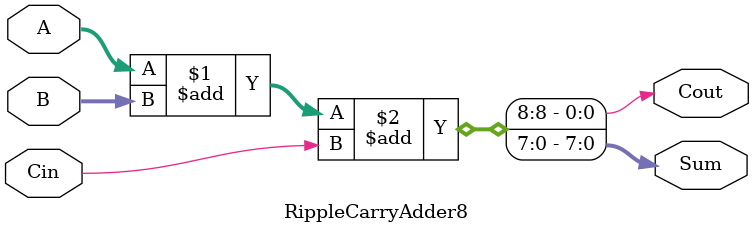
<source format=v>
module CarrySelectAdder32(A, B, Cin, Sum, Cout);
    input [31:0] A, B;
    input Cin;
    output [31:0] Sum;
    output Cout;

    wire [31:0] Sum0, Sum1;
    wire [3:0] Cout0, Cout1, Sel;

    // 8-bit Ripple Carry Adder Modules
    genvar i;
    generate
        for (i = 0; i < 4; i = i + 1) begin : CSA_BLOCKS
            RippleCarryAdder8 RCA0 (A[i*8 +: 8], B[i*8 +: 8], 1'b0, Sum0[i*8 +: 8], Cout0[i]);
            RippleCarryAdder8 RCA1 (A[i*8 +: 8], B[i*8 +: 8], 1'b1, Sum1[i*8 +: 8], Cout1[i]);

            assign Sel[i] = (i == 0) ? Cin : Cout0[i-1];  // Select carry based on previous block
            assign Sum[i*8 +: 8] = Sel[i] ? Sum1[i*8 +: 8] : Sum0[i*8 +: 8];
        end
    endgenerate

    assign Cout = Cout1[3] ? 1'b1 : Cout0[3];  // Final carry output

endmodule

// 8-bit Ripple Carry Adder Module
module RippleCarryAdder8(A, B, Cin, Sum, Cout);
    input [7:0] A, B;
    input Cin;
    output [7:0] Sum;
    output Cout;

    assign {Cout, Sum} = A + B + Cin; // Simple ripple carry logic

endmodule
</source>
